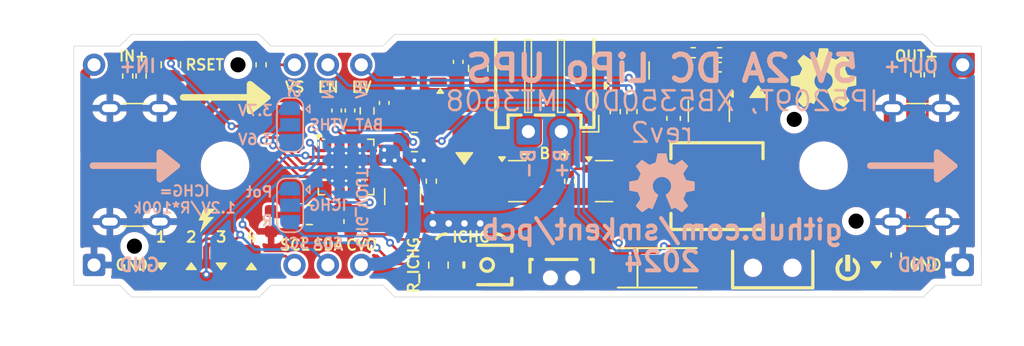
<source format=kicad_pcb>
(kicad_pcb (version 20240108) (generator "pcbnew") (generator_version "8.0")
  (layers (0 "F.Cu" signal) (31 "B.Cu" signal) (34 "B.Paste" user) (35 "F.Paste" user) (36 "B.SilkS" user "B.Silkscreen") (37 "F.SilkS" user "F.Silkscreen") (38 "B.Mask" user) (39 "F.Mask" user) (44 "Edge.Cuts" user))
  (net 0 "")
  (net 1 "B-")
  (net 2 "B+")
  (net 3 "BATVDD")
  (net 4 "GND")
  (net 5 "BOOST")
  (net 6 "VOUT")
  (net 7 "VIN")
  (net 8 "LOAD_SWITCH")
  (net 9 "SW")
  (net 10 "Net-(J1-CC1)")
  (net 11 "Net-(J1-CC2)")
  (net 12 "Net-(J2-CC1)")
  (net 13 "Net-(J2-CC2)")
  (net 14 "LED1")
  (net 15 "LED3")
  (net 16 "LED2")
  (net 17 "Net-(Q2-G)")
  (net 18 "FB")
  (net 19 "KEY")
  (net 20 "Net-(LED5-K)")
  (net 21 "Net-(LED6-A)")
  (net 22 "Net-(C6-Pad1)")
  (net 23 "Net-(C7-Pad1)")
  (net 24 "ICHG")
  (net 28 "BAT_SENSE")
  (net 29 "BAT_SENSE_ENABLE")
  (net 30 "Net-(Q3-D)")
  (net 31 "LIGHT")
  (net 32 "POWER_IN_SENSE")
  (net 33 "BOOST_SW")
  (net 34 "RSET")
  (net 39 "VREG")
  (net 40 "VTHS")
  (net 42 "Net-(JP2-B)")
  (net 43 "Net-(JP2-A)")
  (net 44 "CHARGE_VOUT")
  (footprint "Package_TO_SOT_SMD:SOT-23-6" (layer "F.Cu") (at 98.28 124.8375 -90)
    (property "Reference" "U3" (hide yes))
    (property "Value" "MT3608")
  )
  (footprint "Resistor_SMD:R_0402_1005Metric" (layer "F.Cu") (at 87.7 130.178 90)
    (property "Reference" "R7" (hide yes))
    (property "Value" "10K")
  )
  (footprint "graphics:oshw-logo-5mm" (layer "F.Cu") (at 107 122.3)
    (property "Reference" "G***" (hide yes))
    (property "Value" "LOGO" (hide yes))
  )
  (footprint "Capacitor_SMD:C_0603_1608Metric" (layer "F.Cu") (at 71.05 133.25 -90)
    (property "Reference" "C2" (hide yes))
    (property "Value" "22uF")
  )
  (footprint "custom:LED_0805_2012Metric_Pad1.15x1.40mm_HandSolder_simple" (layer "F.Cu") (at 58.928 136.652 -90)
    (property "Reference" "LED2" (hide yes))
    (property "Value" "~")
  )
  (footprint "graphics:icon-lightning-bolt-2mm" (layer "F.Cu") (at 60.071 133.1)
    (property "Reference" "G***" (hide yes))
    (property "Value" "LOGO" (hide yes))
  )
  (footprint "Resistor_SMD:R_0402_1005Metric" (layer "F.Cu") (at 54.102 122.174 90)
    (property "Reference" "R11" (hide yes))
    (property "Value" "5K1")
  )
  (footprint "custom:LED_0805_2012Metric_Pad1.15x1.40mm_HandSolder_simple" (layer "F.Cu") (at 61.214 136.67 90)
    (property "Reference" "LED3" (hide yes))
    (property "Value" "~")
  )
  (footprint "lcsc:IND-SMD_L7.0-W6.6" (layer "F.Cu") (at 98.9 130.556)
    (property "Reference" "L2" (hide yes))
    (property "Value" "22uH")
  )
  (footprint "Resistor_SMD:R_0805_2012Metric_Pad1.20x1.40mm_HandSolder" (layer "F.Cu") (at 57.382 121.32 -90)
    (property "Reference" "R18" (hide yes))
    (property "Value" "10K")
  )
  (footprint "custom:jlcpcb-pcba-tooling-hole" (layer "F.Cu") (at 104.775 125.476)
    (property "Reference" "REF**" (hide yes))
    (property "Value" "jlcpcb-pcba-tooling-hole")
  )
  (footprint "Inductor_SMD:L_1210_3225Metric" (layer "F.Cu") (at 75 131.356 -90)
    (property "Reference" "L1" (hide yes))
    (property "Value" "1uH")
  )
  (footprint "custom:LED_0805_2012Metric_Pad1.15x1.40mm_HandSolder_simple" (layer "F.Cu") (at 56.642 136.661 90)
    (property "Reference" "LED1" (hide yes))
    (property "Value" "~")
  )
  (footprint "Resistor_SMD:R_0805_2012Metric_Pad1.20x1.40mm_HandSolder" (layer "F.Cu") (at 75.9 127.2)
    (property "Reference" "R2" (hide yes))
    (property "Value" "20R")
  )
  (footprint "custom:JST_XH_S2B-XH-2AW_1x02_P2.50mm_pad2gnd_trim" (layer "F.Cu") (at 85.81 126.4 180)
    (property "Reference" "BT1" (hide yes))
    (property "Value" "Battery_Cell")
  )
  (footprint "custom:jlcpcb-pcba-tooling-hole" (layer "F.Cu") (at 62.484 121.32)
    (property "Reference" "REF**" (hide yes))
    (property "Value" "jlcpcb-pcba-tooling-hole")
  )
  (footprint "custom:LED_0805_2012Metric_Pad1.15x1.40mm_HandSolder_simple" (layer "F.Cu") (at 63.5 136.661 -90)
    (property "Reference" "LED4" (hide yes))
    (property "Value" "~")
  )
  (footprint "Resistor_SMD:R_0402_1005Metric" (layer "F.Cu") (at 64.24 121.32 90)
    (property "Reference" "R17" (hide yes))
    (property "Value" "10K")
  )
  (footprint "custom:jlcpcb-pcba-tooling-hole" (layer "F.Cu") (at 54.61 135.128)
    (property "Reference" "REF**" (hide yes))
    (property "Value" "jlcpcb-pcba-tooling-hole")
  )
  (footprint "Resistor_SMD:R_0402_1005Metric" (layer "F.Cu") (at 97.09 120.4 180)
    (property "Reference" "R9" (hide yes))
    (property "Value" "10K")
  )
  (footprint "lcsc:SW-SMD_BZCN_TSA002A35XXX" (layer "F.Cu") (at 87.083 137.041 180)
    (property "Reference" "SW1" (hide yes))
    (property "Value" "SW_Push")
  )
  (footprint "Package_TO_SOT_SMD:SOT-23" (layer "F.Cu") (at 83.7195 130.178)
    (property "Reference" "Q1" (hide yes))
    (property "Value" "AO3401A")
  )
  (footprint "Capacitor_SMD:C_0402_1005Metric" (layer "F.Cu") (at 99.12 121.5 180)
    (property "Reference" "C11" (hide yes))
    (property "Value" "10uF")
  )
  (footprint "Resistor_SMD:R_0402_1005Metric" (layer "F.Cu") (at 92.434 124.881 -90)
    (property "Reference" "R16" (hide yes))
    (property "Value" "10K")
  )
  (footprint "custom:USB_C_Receptacle_GCT_USB4125-xx-x_6P_TopMnt_Horizontal_handsolder" (layer "F.Cu") (at 53.54 128.94 -90)
    (property "Reference" "J1" (hide yes))
    (property "Value" "USB_C_Receptacle_PowerOnly_6P")
  )
  (footprint "Resistor_SMD:R_0402_1005Metric" (layer "F.Cu") (at 112.522 135.805 -90)
    (property "Reference" "R10" (hide yes))
    (property "Value" "10K")
  )
  (footprint "custom:jlcpcb-pcba-tooling-hole" (layer "F.Cu") (at 109.474 133.223)
    (property "Reference" "REF**" (hide yes))
    (property "Value" "jlcpcb-pcba-tooling-hole")
  )
  (footprint "Resistor_SMD:R_0402_1005Metric" (layer "F.Cu") (at 115.04 122.082 -90)
    (property "Reference" "R13" (hide yes))
    (property "Value" "22K")
  )
  (footprint "Capacitor_SMD:C_0603_1608Metric" (layer "F.Cu") (at 65 133.225 -90)
    (property "Reference" "C7" (hide yes))
    (property "Value" "22uF")
  )
  (footprint "Capacitor_SMD:C_0402_1005Metric" (layer "F.Cu") (at 69.984 124.8 90)
    (property "Reference" "C1" (hide yes))
    (property "Value" "10uF")
  )
  (footprint "graphics:icon-power-2mm" (layer "F.Cu") (at 108.839 136.779)
    (property "Reference" "G***" (hide yes))
    (property "Value" "LOGO" (hide yes))
  )
  (footprint "MountingHole:MountingHole_3.2mm_M3" (layer "F.Cu") (at 107 129)
    (property "Reference" "REF**" (hide yes))
    (property "Value" "MountingHole_3.2mm_M3" (hide yes))
  )
  (footprint "lcsc:LED-SMD_3P-L5.7-W3.0-RD" (layer "F.Cu") (at 94.315 136.779)
    (property "Reference" "LED5" (hide yes))
    (property "Value" "~")
  )
  (footprint "Resistor_SMD:R_0402_1005Metric" (layer "F.Cu") (at 91.164 124.881 90)
    (property "Reference" "R15" (hide yes))
    (property "Value" "10K")
  )
  (footprint "Resistor_SMD:R_0603_1608Metric" (layer "F.Cu") (at 72.3 124.825 90)
    (property "Reference" "R3" (hide yes))
    (property "Value" "2R")
  )
  (footprint "custom:USB_C_Receptacle_GCT_USB4125-xx-x_6P_TopMnt_Horizontal_handsolder" (layer "F.Cu") (at 115.24 128.94 90)
    (property "Reference" "J2" (hide yes))
    (property "Value" "USB_C_Receptacle_PowerOnly_6P")
  )
  (footprint "Resistor_SMD:R_0805_2012Metric_Pad1.20x1.40mm_HandSolder" (layer "F.Cu") (at 77.724 136.576 -90)
    (property "Reference" "R1" (hide yes))
    (property "Value" "120K")
  )
  (footprint "Resistor_SMD:R_0805_2012Metric_Pad1.20x1.40mm_HandSolder" (layer "F.Cu") (at 80.75 121.59 90)
    (property "Reference" "R5" (hide yes))
    (property "Value" "100R")
  )
  (footprint "Resistor_SMD:R_0402_1005Metric" (layer "F.Cu") (at 77.18 130.178 -90)
    (property "Reference" "R6" (hide yes))
    (property "Value" "10K")
  )
  (footprint "lcsc:RES-ADJ-SMD_VG039NCH" (layer "F.Cu") (at 81.406 136.56 180)
    (property "Reference" "RV1" (hide yes))
    (property "Value" "R_Potentiometer_US")
  )
  (footprint "Capacitor_SMD:C_0603_1608Metric" (layer "F.Cu") (at 95.6 125.4 90)
    (property "Reference" "C10" (hide yes))
    (property "Value" "10uF")
  )
  (footprint "Package_TO_SOT_SMD:SOT-23" (layer "F.Cu") (at 92.18 121.7525 90)
    (property "Reference" "Q3" (hide yes))
    (property "Value" "BSS138")
  )
  (footprint "custom:SOT-23-5_simple" (layer "F.Cu") (at 76.5645 121.64 180)
    (property "Reference" "U2" (hide yes))
    (property "Value" "XB5350D0")
  )
  (footprint "custom:D_SMA_simple" (layer "F.Cu") (at 102.024 123.388 -90)
    (property "Reference" "D2" (hide yes))
    (property "Value" "SS34")
  )
  (footprint "Resistor_SMD:R_0402_1005Metric" (layer "F.Cu") (at 99.1 120.4 180)
    (property "Reference" "R8" (hide yes))
    (property "Value" "75K")
  )
  (footprint "Resistor_SMD:R_0402_1005Metric" (layer "F.Cu") (at 114.024 122.084 -90)
    (property "Reference" "R14" (hide yes))
    (property "Value" "22K")
  )
  (footprint "custom:D_SMA_simple" (layer "F.Cu") (at 79.703 128.432 90)
    (property "Reference" "D1" (hide yes))
    (property "Value" "SS34")
  )
  (footprint "Capacitor_SMD:C_0402_1005Metric" (layer "F.Cu") (at 73.6 124.22 -90)
    (property "Reference" "C6" (hide yes))
    (property "Value" "10uF")
  )
  (footprint "Capacitor_SMD:C_0402_1005Metric" (layer "F.Cu") (at 71 124.8 90)
    (property "Reference" "C3" (hide yes))
    (property "Value" "100nF")
  )
  (footprint "lcsc:SW-SMD_3P-P1.50_L2.7-W6.6" (layer "F.Cu") (at 103.136 136.319)
    (property "Reference" "SW2" (hide yes))
    (property "Value" "SW_SPDT")
  )
  (footprint "Package_TO_SOT_SMD:SOT-23" (layer "F.Cu") (at 90.3185 130.178)
    (property "Reference" "Q2" (hide yes))
    (property "Value" "AO3401A")
  )
  (footprint "Package_DFN_QFN:QFN-24-1EP_4x4mm_P0.5mm_EP2.6x2.6mm_ThermalVias" (layer "F.Cu") (at 70.702 129.0995)
    (property "Reference" "U1" (hide yes))
    (property "Value" "IP5209T")
  )
  (footprint "MountingHole:MountingHole_3.2mm_M3" (layer "F.Cu") (at 61.5 129)
    (property "Reference" "REF**" (hide yes))
    (property "Value" "MountingHole_3.2mm_M3" (hide yes))
  )
  (footprint "Resistor_SMD:R_0402_1005Metric" (layer "F.Cu") (at 55.118 122.174 90)
    (property "Reference" "R12" (hide yes))
    (property "Value" "5K1")
  )
  (footprint "custom:LED_0805_2012Metric_Pad1.15x1.40mm_HandSolder_simple" (layer "F.Cu") (at 110.998 136.56 90)
    (property "Reference" "LED6" (hide yes))
    (property "Value" "Boost")
  )
  (footprint "Resistor_SMD:R_0805_2012Metric_Pad1.20x1.40mm_HandSolder" (layer "F.Cu") (at 67.908 132.75 180)
    (property "Reference" "R4" (hide yes))
    (property "Value" "0R5")
  )
  (footprint "Capacitor_SMD:C_0402_1005Metric" (layer "F.Cu") (at 79.226 121.094 90)
    (property "Reference" "C9" (hide yes))
    (property "Value" "0.1uF")
  )
  (footprint "custom:PinHeader_1x01_P2.54mm_simple" (layer "B.Cu") (at 117.58 121.32 180)
    (property "Reference" "J8" (hide yes))
    (property "Value" "Conn_01x01")
  )
  (footprint "custom:PinHeader_1x03_P2.54mm_Vertical_simple" (layer "B.Cu") (at 71.86 121.32 90)
    (property "Reference" "J9" (hide yes))
    (property "Value" "Conn_01x03")
  )
  (footprint "custom:PinHeader_1x01_P2.54mm_simple_square" (layer "B.Cu") (at 51.54 136.56 180)
    (property "Reference" "J11" (hide yes))
    (property "Value" "Conn_01x01")
  )
  (footprint "custom:PinHeader_1x01_P2.54mm_simple_square" (layer "B.Cu") (at 117.58 136.56 180)
    (property "Reference" "J12" (hide yes))
    (property "Value" "Conn_01x01")
  )
  (footprint "custom:PinHeader_1x01_P2.54mm_simple" (layer "B.Cu") (at 51.54 121.32 180)
    (property "Reference" "J5" (hide yes))
    (property "Value" "Conn_01x01")
  )
  (footprint "Jumper:SolderJumper-3_P1.3mm_Open_RoundedPad1.0x1.5mm" (layer "B.Cu") (at 66.446 132.018 -90)
    (property "Reference" "JP2" (hide yes))
    (property "Value" "SolderJumper_3_Open")
  )
  (footprint "Jumper:SolderJumper-3_P1.3mm_Open_RoundedPad1.0x1.5mm" (layer "B.Cu") (at 66.446 125.892 -90)
    (property "Reference" "JP1" (hide yes))
    (property "Value" "SolderJumper_3_Open")
  )
  (footprint "graphics:oshw-logo-5mm" (layer "B.Cu") (at 94.72 130.302 180)
    (property "Reference" "G***" (hide yes))
    (property "Value" "LOGO" (hide yes))
  )
  (footprint "custom:PinHeader_1x03_P2.54mm_Vertical_simple" (layer "B.Cu") (at 66.78 136.56 -90)
    (property "Reference" "J3" (hide yes))
    (property "Value" "Conn_01x03")
  )
  (gr_line (start 110.56 129) (end 115.64 129) (stroke (width 0.5)) (layer "B.SilkS"))
  (gr_poly (pts (xy 115.64 128) (xy 116.91 129.016) (xy 115.64 130.032)) (stroke (width 0.5)) (fill solid) (layer "B.SilkS"))
  (gr_line (start 51.46 129) (end 56.54 129) (stroke (width 0.5)) (layer "B.SilkS"))
  (gr_poly (pts (xy 56.54 128) (xy 57.81 129.016) (xy 56.54 130.032)) (stroke (width 0.5)) (fill solid) (layer "B.SilkS"))
  (gr_line (start 58.32 123.8) (end 63.4 123.8) (stroke (width 0.5)) (layer "F.SilkS"))
  (gr_poly (pts (xy 63.4 122.8) (xy 64.67 123.816) (xy 63.4 124.832)) (stroke (width 0.5)) (fill solid) (layer "F.SilkS"))
  (gr_arc (start 77.591195 134.564318) (mid 77.900851 134.295102) (end 78.3 134.2) (stroke (width 0.25)) (layer "F.SilkS"))
  (gr_arc (start 82.100851 134.2) (mid 82.5 134.295102) (end 82.809656 134.564318) (stroke (width 0.25)) (layer "F.SilkS"))
  (gr_poly (pts (xy 50 119.9) (xy 53.5 119.9) (xy 54.4 119) (xy 64.1 119) (xy 65 119.9) (xy 73.5 119.9) (xy 74.4 119) (xy 114.6 119) (xy 115.5 119.9) (xy 119 119.9) (xy 119 138.1) (xy 115.5 138.1) (xy 114.6 139) (xy 74.4 139) (xy 73.5 138.1) (xy 65 138.1) (xy 64.1 139) (xy 54.4 139) (xy 53.5 138.1) (xy 50 138.1)) (stroke (width 0.05)) (fill none) (layer "Edge.Cuts"))
  (gr_text "IP5209T, XB5350D0, MT3608\nrev2" (at 94.72 123.2 0) (layer "B.SilkS") (effects (font (size 1.5 1.5) (thickness 0.1875)) (justify top mirror)))
  (gr_text "ICHG" (at 67.818 132.018 0) (layer "B.SilkS") (effects (font (size 0.8 0.8) (thickness 0.16) (bold yes)) (justify right mirror)))
  (gr_text "SCL" (at 66.802 135.382 0) (layer "B.SilkS") (effects (font (size 0.8 0.8) (thickness 0.16) (bold yes)) (justify bottom mirror)))
  (gr_text "R" (at 65.2 133.2 0) (layer "B.SilkS") (effects (font (size 0.8 0.8) (thickness 0.16) (bold yes)) (justify left mirror)))
  (gr_text "IN+" (at 53.34 121.412 0) (layer "B.SilkS") (effects (font (size 1 1) (thickness 0.2) (bold yes)) (justify right mirror)))
  (gr_text "3.7V" (at 65.2 124.8 0) (layer "B.SilkS") (effects (font (size 0.8 0.8) (thickness 0.16) (bold yes)) (justify left mirror)))
  (gr_text "github.com/smkent/pcb\n2024" (at 94.72 133 0) (layer "B.SilkS") (effects (font (size 1.5 1.5) (thickness 0.3) (bold yes)) (justify top mirror)))
  (gr_text "GND" (at 53.34 136.56 0) (layer "B.SilkS") (effects (font (size 1 1) (thickness 0.2) (bold yes)) (justify right mirror)))
  (gr_text "BV" (at 71.882 122.301 90) (layer "B.SilkS") (effects (font (size 0.8 0.8) (thickness 0.16) (bold yes)) (justify left mirror)))
  (gr_text "ICHG=\n1.2V/R*100k" (at 58.42 131.572 0) (layer "B.SilkS") (effects (font (size 0.8 0.8) (thickness 0.16) (bold yes)) (justify mirror)))
  (gr_text "Pot" (at 65.2 131 0) (layer "B.SilkS") (effects (font (size 0.8 0.8) (thickness 0.16) (bold yes)) (justify left mirror)))
  (gr_text "5V 2A DC LiPo UPS" (at 94.72 121.6 0) (layer "B.SilkS") (effects (font (size 2 2) (thickness 0.4) (bold yes)) (justify mirror)))
  (gr_text "CHG_VOUT" (at 71.882 135.382 270) (layer "B.SilkS") (effects (font (size 0.8 0.8) (thickness 0.16) (bold yes)) (justify left mirror)))
  (gr_text "3.6V" (at 65.2 127 0) (layer "B.SilkS") (effects (font (size 0.8 0.8) (thickness 0.16) (bold yes)) (justify left mirror)))
  (gr_text "VS" (at 66.802 122.301 90) (layer "B.SilkS") (effects (font (size 0.8 0.8) (thickness 0.16) (bold yes)) (justify left mirror)))
  (gr_text "OUT+" (at 115.824 121.412 0) (layer "B.SilkS") (effects (font (size 1 1) (thickness 0.2) (bold yes)) (justify left mirror)))
  (gr_text "B-" (at 84.56 127.6 90) (layer "B.SilkS") (effects (font (size 1 1) (thickness 0.2) (bold yes)) (justify left mirror)))
  (gr_text "BAT_VTHS" (at 67.818 125.892 0) (layer "B.SilkS") (effects (font (size 0.8 0.8) (thickness 0.16) (bold yes)) (justify right mirror)))
  (gr_text "GND" (at 115.824 136.56 0) (layer "B.SilkS") (effects (font (size 1 1) (thickness 0.2) (bold yes)) (justify left mirror)))
  (gr_text "EN" (at 69.342 122.301 90) (layer "B.SilkS") (effects (font (size 0.8 0.8) (thickness 0.16) (bold yes)) (justify left mirror)))
  (gr_text "SDA" (at 69.342 135.382 0) (layer "B.SilkS") (effects (font (size 0.8 0.8) (thickness 0.16) (bold yes)) (justify bottom mirror)))
  (gr_text "B+" (at 87.06 127.6 90) (layer "B.SilkS") (effects (font (size 1 1) (thickness 0.2) (bold yes)) (justify left mirror)))
  (gr_text "CVO" (at 71.882 135.509 0) (layer "F.SilkS") (effects (font (size 0.8 0.8) (thickness 0.16) (bold yes)) (justify bottom)))
  (gr_text "SCL" (at 66.802 135.509 0) (layer "F.SilkS") (effects (font (size 0.8 0.8) (thickness 0.16) (bold yes)) (justify bottom)))
  (gr_text "2" (at 58.928 134.9 0) (layer "F.SilkS") (effects (font (size 0.8 0.8) (thickness 0.16) (bold yes)) (justify bottom)))
  (gr_text "OUT+" (at 115.824 120.65 0) (layer "F.SilkS") (effects (font (size 0.8 0.8) (thickness 0.16) (bold yes)) (justify right)))
  (gr_text "- B +" (at 85.81 127.6 0) (layer "F.SilkS") (effects (font (size 0.8 0.8) (thickness 0.16) (bold yes)) (justify top)))
  (gr_text "BV" (at 71.882 122.555 0) (layer "F.SilkS") (effects (font (size 0.8 0.8) (thickness 0.16) (bold yes)) (justify top)))
  (gr_text "3" (at 61.214 134.9 0) (layer "F.SilkS") (effects (font (size 0.8 0.8) (thickness 0.16) (bold yes)) (justify bottom)))
  (gr_text "GND" (at 116.078 136.56 0) (layer "F.SilkS") (effects (font (size 0.8 0.8) (thickness 0.16) (bold yes)) (justify right)))
  (gr_text "GND" (at 53.086 136.56 0) (layer "F.SilkS") (effects (font (size 0.8 0.8) (thickness 0.16) (bold yes)) (justify left)))
  (gr_text "VS" (at 66.802 122.555 0) (layer "F.SilkS") (effects (font (size 0.8 0.8) (thickness 0.16) (bold yes)) (justify top)))
  (gr_text "IN+" (at 53.34 120.65 0) (layer "F.SilkS") (effects (font (size 0.8 0.8) (thickness 0.16) (bold yes)) (justify left)))
  (gr_text "1" (at 56.642 134.9 0) (layer "F.SilkS") (effects (font (size 0.8 0.8) (thickness 0.16) (bold yes)) (justify bottom)))
  (gr_text "EN" (at 69.342 122.555 0) (layer "F.SilkS") (effects (font (size 0.8 0.8) (thickness 0.16) (bold yes)) (justify top)))
  (gr_text "R_ICHG" (at 76.3 136.576 90) (layer "F.SilkS") (effects (font (size 0.8 0.8) (thickness 0.16) (bold yes)) (justify bottom)))
  (gr_text "RSET" (at 58.4 121.32 0) (layer "F.SilkS") (effects (font (size 0.8 0.8) (thickness 0.16) (bold yes)) (justify left)))
  (gr_text "ICHG" (at 80.2 134.9 0) (layer "F.SilkS") (effects (font (size 0.8 0.8) (thickness 0.16) (bold yes)) (justify bottom)))
  (gr_text "SDA" (at 69.342 135.509 0) (layer "F.SilkS") (effects (font (size 0.8 0.8) (thickness 0.16) (bold yes)) (justify bottom)))
  (gr_text "4" (at 63.5 134.9 0) (layer "F.SilkS") (effects (font (size 0.8 0.8) (thickness 0.16) (bold yes)) (justify bottom)))
  (segment (start 97.135 136.505) (end 95.758 135.128) (width 0.2) (layer "F.Cu") (net 2))
  (segment (start 87.2 126.4) (end 87.3 126.5) (width 0.2) (layer "F.Cu") (net 2))
  (segment (start 96.673 136.449) (end 96.673 136.779) (width 0.2) (layer "F.Cu") (net 2))
  (segment (start 87.06 126.4) (end 87.2 126.4) (width 0.2) (layer "F.Cu") (net 2))
  (segment (start 95.758 135.128) (end 94.869 135.128) (width 0.2) (layer "F.Cu") (net 2))
  (segment (start 97.135 136.779) (end 97.135 136.505) (width 0.2) (layer "F.Cu") (net 2))
  (via (at 78.5 133.4) (size 1) (drill 0.5) (layers "F.Cu" "B.Cu") (net 2))
  (via (at 77.3 133.4) (size 1) (drill 0.5) (layers "F.Cu" "B.Cu") (net 2))
  (via (at 94.869 135.128) (size 0.6) (drill 0.3) (layers "F.Cu" "B.Cu") (net 2))
  (via (at 80.9 133.4) (size 1) (drill 0.5) (layers "F.Cu" "B.Cu") (net 2))
  (via (at 79.7 133.4) (size 1) (drill 0.5) (layers "F.Cu" "B.Cu") (net 2))
  (segment (start 87.06 128.4) (end 87.06 126.4) (width 1.5) (layer "B.Cu") (net 2))
  (segment (start 94.869 135.128) (end 94.523 135.474) (width 0.2) (layer "B.Cu") (net 2))
  (segment (start 80.9 133.4) (end 82.06 133.4) (width 1.5) (layer "B.Cu") (net 2))
  (segment (start 94.523 135.474) (end 91.191471 135.474) (width 0.2) (layer "B.Cu") (net 2))
  (segment (start 91.191471 135.474) (end 88.373 132.655529) (width 0.2) (layer "B.Cu") (net 2))
  (segment (start 80.9 133.4) (end 77.356177 133.4) (width 1.5) (layer "B.Cu") (net 2))
  (segment (start 88.373 129.713) (end 87.06 128.4) (width 0.2) (layer "B.Cu") (net 2))
  (segment (start 77.356177 133.4) (end 77.35617 133.400612) (width 1.5) (layer "B.Cu") (net 2))
  (segment (start 88.373 132.655529) (end 88.373 129.713) (width 0.2) (layer "B.Cu") (net 2))
  (arc (start 87.06 128.4) (mid 85.595534 131.935534) (end 82.06 133.4) (width 1.5) (layer "B.Cu") (net 2))
  (segment (start 111.96 124.9) (end 112.24 124.62) (width 0.75) (layer "F.Cu") (net 4))
  (segment (start 68.7645 130.3495) (end 69.452 130.3495) (width 0.2) (layer "F.Cu") (net 4))
  (segment (start 69.477 130.3245) (end 69.652 130.1495) (width 0.2) (layer "F.Cu") (net 4))
  (segment (start 112.24 131.97) (end 111.96 131.69) (width 0.2) (layer "F.Cu") (net 4))
  (segment (start 56.54 124.62) (end 56.54 125.91) (width 0.2) (layer "F.Cu") (net 4))
  (segment (start 56.54 125.91) (end 56.82 126.19) (width 0.2) (layer "F.Cu") (net 4))
  (segment (start 56.54 131.97) (end 56.82 131.69) (width 0.2) (layer "F.Cu") (net 4))
  (segment (start 69.452 130.3495) (end 69.652 130.1495) (width 0.2) (layer "F.Cu") (net 4))
  (segment (start 71.952 131.037) (end 71.927 131.012) (width 0.2) (layer "F.Cu") (net 4))
  (segment (start 71.927 130.3245) (end 71.752 130.1495) (width 0.2) (layer "F.Cu") (net 4))
  (segment (start 71.927 131.012) (end 71.927 130.3245) (width 0.2) (layer "F.Cu") (net 4))
  (segment (start 69.477 131.012) (end 69.477 130.3245) (width 0.2) (layer "F.Cu") (net 4))
  (segment (start 112.24 133.26) (end 112.24 131.97) (width 0.2) (layer "F.Cu") (net 4))
  (segment (start 69.452 131.037) (end 69.477 131.012) (width 0.2) (layer "F.Cu") (net 4))
  (segment (start 111.96 126.19) (end 111.96 124.9) (width 0.75) (layer "F.Cu") (net 4))
  (segment (start 56.54 133.26) (end 56.54 131.97) (width 0.2) (layer "F.Cu") (net 4))
  (via (at 76.6 128.6) (size 0.6) (drill 0.3) (layers "F.Cu" "B.Cu") (net 4))
  (via (at 75.9 128.6) (size 0.6) (drill 0.3) (layers "F.Cu" "B.Cu") (net 4))
  (segment (start 114.024 121.574) (end 115.038 121.574) (width 0.75) (layer "F.Cu") (net 6))
  (segment (start 112.78 127.42) (end 113.665 126.535) (width 0.75) (layer "F.Cu") (net 6))
  (segment (start 113.665 123.439) (end 113.541166 123.439) (width 0.75) (layer "F.Cu") (net 6))
  (segment (start 110.287999 121.387999) (end 102.024 121.387999) (width 0.75) (layer "F.Cu") (net 6))
  (segment (start 112.242648 130.46) (end 111.96 130.46) (width 0.2) (layer "F.Cu") (net 6))
  (segment (start 113.39 134.427) (end 113.39 131.607352) (width 0.2) (layer "F.Cu") (net 6))
  (segment (start 110.585 126.5) (end 110.585 121.685) (width 0.75) (layer "F.Cu") (net 6))
  (segment (start 115.04 121.572) (end 117.328 121.572) (width 0.75) (layer "F.Cu") (net 6))
  (segment (start 111.96 130.46) (end 111.11449 130.46) (width 0.75) (layer "F.Cu") (net 6))
  (segment (start 113.129 121.84001) (end 113.39501 121.574) (width 0.75) (layer "F.Cu") (net 6))
  (segment (start 112.522 135.295) (end 113.39 134.427) (width 0.2) (layer "F.Cu") (net 6))
  (segment (start 111.96 127.42) (end 112.78 127.42) (width 0.75) (layer "F.Cu") (net 6))
  (segment (start 110.585 126.5) (end 110.585 127.94949) (width 0.75) (layer "F.Cu") (net 6))
  (segment (start 113.129 123.026834) (end 113.129 121.84001) (width 0.75) (layer "F.Cu") (net 6))
  (segment (start 110.585 127.715) (end 110.88 127.42) (width 0.75) (layer "F.Cu") (net 6))
  (segment (start 110.88 127.42) (end 111.96 127.42) (width 0.75) (layer "F.Cu") (net 6))
  (segment (start 111.11449 130.46) (end 110.585 129.93051) (width 0.75) (layer "F.Cu") (net 6))
  (segment (start 113.39 131.607352) (end 112.242648 130.46) (width 0.2) (layer "F.Cu") (net 6))
  (segment (start 115.038 121.574) (end 115.04 121.572) (width 0.75) (layer "F.Cu") (net 6))
  (segment (start 110.585 127.94949) (end 110.585 127.715) (width 0.75) (layer "F.Cu") (net 6))
  (segment (start 110.585 129.93051) (end 110.585 127.94949) (width 0.75) (layer "F.Cu") (net 6))
  (segment (start 117.328 121.572) (end 117.58 121.32) (width 0.75) (layer "F.Cu") (net 6))
  (segment (start 110.585 121.685) (end 110.287999 121.387999) (width 0.75) (layer "F.Cu") (net 6))
  (segment (start 113.665 126.535) (end 113.665 123.439) (width 0.75) (layer "F.Cu") (net 6))
  (segment (start 117.58 121.32) (end 110.95 121.32) (width 0.75) (layer "F.Cu") (net 6))
  (segment (start 113.541166 123.439) (end 113.129 123.026834) (width 0.75) (layer "F.Cu") (net 6))
  (segment (start 113.39501 121.574) (end 114.024 121.574) (width 0.75) (layer "F.Cu") (net 6))
  (segment (start 110.95 121.32) (end 110.585 121.685) (width 0.75) (layer "F.Cu") (net 6))
  (segment (start 64.24 123.76) (end 64.2 123.8) (width 0.2) (layer "F.Cu") (net 7))
  (segment (start 68.617437 125.28) (end 67.137437 123.8) (width 0.75) (layer "F.Cu") (net 7))
  (segment (start 77.18 129.668) (end 77.18 128.82) (width 0.2) (layer "F.Cu") (net 7))
  (segment (start 50.875 121.985) (end 51.54 121.32) (width 0.75) (layer "F.Cu") (net 7))
  (segment (start 56.82 130.46) (end 53.498 130.46) (width 0.75) (layer "F.Cu") (net 7))
  (segment (start 56.82 130.46) (end 57.66551 130.46) (width 0.75) (layer "F.Cu") (net 7))
  (segment (start 67.137437 123.8) (end 64.2 123.8) (width 0.75) (layer "F.Cu") (net 7))
  (segment (start 77.18 128.82) (end 79.568 126.432) (width 0.2) (layer "F.Cu") (net 7))
  (segment (start 64.24 121.83) (end 64.24 123.76) (width 0.2) (layer "F.Cu") (net 7))
  (segment (start 58.195 127.94949) (end 57.66551 127.42) (width 0.75) (layer "F.Cu") (net 7))
  (segment (start 50.875 127.837) (end 50.875 121.985) (width 0.75) (layer "F.Cu") (net 7))
  (segment (start 53.498 130.46) (end 50.875 127.837) (width 0.75) (layer "F.Cu") (net 7))
  (segment (start 64.2 123.8) (end 61.28551 123.8) (width 0.75) (layer "F.Cu") (net 7))
  (segment (start 79.568 126.432) (end 79.703 126.432) (width 0.2) (layer "F.Cu") (net 7))
  (segment (start 69.984 125.28) (end 68.617437 125.28) (width 0.75) (layer "F.Cu") (net 7))
  (segment (start 61.28551 123.8) (end 57.66551 127.42) (width 0.75) (layer "F.Cu") (net 7))
  (segment (start 58.195 129.93051) (end 58.195 127.94949) (width 0.75) (layer "F.Cu") (net 7))
  (segment (start 57.66551 127.42) (end 56.82 127.42) (width 0.75) (layer "F.Cu") (net 7))
  (segment (start 57.66551 130.46) (end 58.195 129.93051) (width 0.75) (layer "F.Cu") (net 7))
  (segment (start 54.502 123.3) (end 55.118 122.684) (width 0.2) (layer "F.Cu") (net 10))
  (segment (start 55.585686 128.44) (end 54.502 127.356314) (width 0.2) (layer "F.Cu") (net 10))
  (segment (start 56.82 128.44) (end 55.585686 128.44) (width 0.2) (layer "F.Cu") (net 10))
  (segment (start 54.502 127.356314) (end 54.502 123.3) (width 0.2) (layer "F.Cu") (net 10))
  (segment (start 56.02 129.44) (end 54.102 127.522) (width 0.2) (layer "F.Cu") (net 11))
  (segment (start 54.102 127.522) (end 54.102 122.684) (width 0.2) (layer "F.Cu") (net 11))
  (segment (start 56.82 129.44) (end 56.02 129.44) (width 0.2) (layer "F.Cu") (net 11))
  (segment (start 115.04 122.592) (end 114.89 122.742) (width 0.2) (layer "F.Cu") (net 12))
  (segment (start 114.89 127.31) (end 112.76 129.44) (width 0.2) (layer "F.Cu") (net 12))
  (segment (start 112.76 129.44) (end 111.96 129.44) (width 0.2) (layer "F.Cu") (net 12))
  (segment (start 114.89 122.742) (end 114.89 127.31) (width 0.2) (layer "F.Cu") (net 12))
  (segment (start 114.49 127.144314) (end 114.49 123.06) (width 0.2) (layer "F.Cu") (net 13))
  (segment (start 113.194314 128.44) (end 114.49 127.144314) (width 0.2) (layer "F.Cu") (net 13))
  (segment (start 114.49 123.06) (end 114.024 122.594) (width 0.2) (layer "F.Cu") (net 13))
  (segment (start 111.96 128.44) (end 113.194314 128.44) (width 0.2) (layer "F.Cu") (net 13))
  (segment (start 69.452 127.162) (end 68.996 127.162) (width 0.2) (layer "F.Cu") (net 14))
  (segment (start 63.754 135.89) (end 66.11 135.89) (width 0.2) (layer "F.Cu") (net 14))
  (segment (start 63.594753 134.241753) (end 63.594753 135.541247) (width 0.2) (layer "F.Cu") (net 14))
  (segment (start 66.11 135.89) (end 66.78 136.56) (width 0.2) (layer "F.Cu") (net 14))
  (segment (start 62.83 133.477) (end 63.594753 134.241753) (width 0.2) (layer "F.Cu") (net 14))
  (segment (start 63.594753 135.541247) (end 63.5 135.636) (width 0.2) (layer "F.Cu") (net 14))
  (segment (start 63.5 135.636) (end 63.754 135.89) (width 0.2) (layer "F.Cu") (net 14))
  (segment (start 68.996 127.162) (end 68.072 126.238) (width 0.2) (layer "F.Cu") (net 14))
  (via (at 68.072 126.238) (size 0.6) (drill 0.3) (layers "F.Cu" "B.Cu") (net 14))
  (via (at 62.83 133.477) (size 0.6) (drill 0.3) (layers "F.Cu" "B.Cu") (net 14))
  (segment (start 67.454215 129.794) (end 68.606403 128.641812) (width 0.2) (layer "B.Cu") (net 14))
  (segment (start 62.83 132.940123) (end 65.976123 129.794) (width 0.2) (layer "B.Cu") (net 14))
  (segment (start 62.83 133.477) (end 62.83 132.940123) (width 0.2) (layer "B.Cu") (net 14))
  (segment (start 68.606403 128.641812) (end 68.606403 126.772403) (width 0.2) (layer "B.Cu") (net 14))
  (segment (start 65.976123 129.794) (end 67.454215 129.794) (width 0.2) (layer "B.Cu") (net 14))
  (segment (start 68.606403 126.772403) (end 68.072 126.238) (width 0.2) (layer "B.Cu") (net 14))
  (segment (start 68.7645 128.3495) (end 68.7645 128.3645) (width 0.2) (layer "F.Cu") (net 15))
  (segment (start 68.7645 128.3495) (end 67.728306 128.3495) (width 0.2) (layer "F.Cu") (net 15))
  (segment (start 67.728306 128.3495) (end 67.606403 128.227597) (width 0.2) (layer "F.Cu") (net 15))
  (segment (start 68.7645 128.3645) (end 68.8 128.4) (width 0.2) (layer "F.Cu") (net 15))
  (via (at 67.606403 128.227597) (size 0.6) (drill 0.3) (layers "F.Cu" "B.Cu") (net 15))
  (via (at 60.071 137.287) (size 0.6) (drill 0.3) (layers "F.Cu" "B.Cu") (net 15))
  (segment (start 60.071 134.366) (end 66.209403 128.227597) (width 0.2) (layer "B.Cu") (net 15))
  (segment (start 60.071 137.287) (end 60.071 134.366) (width 0.2) (layer "B.Cu") (net 15))
  (segment (start 66.209403 128.227597) (end 67.606403 128.227597) (width 0.2) (layer "B.Cu") (net 15))
  (segment (start 62.660929 134.258932) (end 62.357923 134.561938) (width 0.2) (layer "F.Cu") (net 16))
  (segment (start 62.357923 134.561938) (end 59.993062 134.561938) (width 0.2) (layer "F.Cu") (net 16))
  (segment (start 68.7645 127.8495) (end 68.5405 127.8495) (width 0.2) (layer "F.Cu") (net 16))
  (segment (start 59.993062 134.561938) (end 58.928 135.627) (width 0.2) (layer "F.Cu") (net 16))
  (segment (start 68.5405 127.8495) (end 67.945 127.254) (width 0.2) (layer "F.Cu") (net 16))
  (via (at 67.945 127.254) (size 0.6) (drill 0.3) (layers "F.Cu" "B.Cu") (net 16))
  (via (at 62.660929 134.258932) (size 0.6) (drill 0.3) (layers "F.Cu" "B.Cu") (net 16))
  (segment (start 68.206403 128.476126) (end 68.206403 127.515403) (width 0.2) (layer "B.Cu") (net 16))
  (segment (start 62.23 133.828003) (end 62.23 132.772686) (width 0.2) (layer "B.Cu") (net 16))
  (segment (start 63.754 135.382) (end 68.142 135.382) (width 0.2) (layer "B.Cu") (net 16))
  (segment (start 68.142 135.382) (end 69.32 136.56) (width 0.2) (layer "B.Cu") (net 16))
  (segment (start 62.660929 134.258932) (end 62.23 133.828003) (width 0.2) (layer "B.Cu") (net 16))
  (segment (start 65.843686 129.159) (end 67.523529 129.159) (width 0.2) (layer "B.Cu") (net 16))
  (segment (start 62.660929 134.258932) (end 62.660929 134.288929) (width 0.2) (layer "B.Cu") (net 16))
  (segment (start 68.206403 127.515403) (end 67.945 127.254) (width 0.2) (layer "B.Cu") (net 16))
  (segment (start 62.23 132.772686) (end 65.843686 129.159) (width 0.2) (layer "B.Cu") (net 16))
  (segment (start 62.660929 134.288929) (end 63.754 135.382) (width 0.2) (layer "B.Cu") (net 16))
  (segment (start 67.523529 129.159) (end 68.206403 128.476126) (width 0.2) (layer "B.Cu") (net 16))
  (segment (start 89.381 129.681052) (end 92.922948 133.223) (width 0.2) (layer "F.Cu") (net 17))
  (segment (start 103.886 134.711) (end 102.398 133.223) (width 0.2) (layer "F.Cu") (net 17))
  (segment (start 88.14 129.228) (end 87.7 129.668) (width 0.2) (layer "F.Cu") (net 17))
  (segment (start 89.381 129.228) (end 88.14 129.228) (width 0.2) (layer "F.Cu") (net 17))
  (segment (start 89.381 129.228) (end 89.381 129.681052) (width 0.2) (layer "F.Cu") (net 17))
  (segment (start 103.886 134.759) (end 103.886 134.711) (width 0.2) (layer "F.Cu") (net 17))
  (segment (start 92.922948 133.223) (end 102.398 133.223) (width 0.2) (layer "F.Cu") (net 17))
  (segment (start 97.33 121.57) (end 97.6 121.3) (width 0.2) (layer "F.Cu") (net 18))
  (segment (start 97.6 121.3) (end 97.6 120.4) (width 0.2) (layer "F.Cu") (net 18))
  (segment (start 98.59 120.4) (end 97.6 120.4) (width 0.2) (layer "F.Cu") (net 18))
  (segment (start 97.33 123.7) (end 97.33 121.57) (width 0.2) (layer "F.Cu") (net 18))
  (segment (start 71.553 133.275) (end 70.56 133.275) (width 0.2) (layer "F.Cu") (net 19))
  (segment (start 69.666386 131.7495) (end 69.952 131.463886) (width 0.2) (layer "F.Cu") (net 19))
  (segment (start 70.56 133.275) (end 70.085 133.75) (width 0.2) (layer "F.Cu") (net 19))
  (segment (start 85.383 136.191) (end 83.812 134.62) (width 0.2) (layer "F.Cu") (net 19))
  (segment (start 68.323756 131.7495) (end 69.666386 131.7495) (width 0.2) (layer "F.Cu") (net 19))
  (segment (start 72.517 134.239) (end 71.553 133.275) (width 0.2) (layer "F.Cu") (net 19))
  (segment (start 67.818 132.255256) (end 68.323756 131.7495) (width 0.2) (layer "F.Cu") (net 19))
  (segment (start 83.812 134.62) (end 74.676 134.62) (width 0.2) (layer "F.Cu") (net 19))
  (segment (start 68.051858 133.75) (end 67.818 133.516142) (width 0.2) (layer "F.Cu") (net 19))
  (segment (start 74.295 134.239) (end 72.517 134.239) (width 0.2) (layer "F.Cu") (net 19))
  (segment (start 67.818 133.516142) (end 67.818 132.255256) (width 0.2) (layer "F.Cu") (net 19))
  (segment (start 69.952 131.463886) (end 69.952 131.037) (width 0.2) (layer "F.Cu") (net 19))
  (segment (start 74.676 134.62) (end 74.295 134.239) (width 0.2) (layer "F.Cu") (net 19))
  (segment (start 70.085 133.75) (end 68.051858 133.75) (width 0.2) (layer "F.Cu") (net 19))
  (segment (start 91.495 134.929) (end 91.44 134.874) (width 0.2) (layer "F.Cu") (net 20))
  (segment (start 91.495 136.779) (end 91.495 134.929) (width 0.2) (layer "F.Cu") (net 20))
  (segment (start 77.978 127.127) (end 76.973 127.127) (width 0.2) (layer "F.Cu") (net 20))
  (segment (start 76.973 127.127) (end 76.9 127.2) (width 0.2) (layer "F.Cu") (net 20))
  (via (at 91.44 134.874) (size 0.6) (drill 0.3) (layers "F.Cu" "B.Cu") (net 20))
  (via (at 77.978 127.127) (size 0.6) (drill 0.3) (layers "F.Cu" "B.Cu") (net 20))
  (segment (start 87.503 124.206) (end 80.899 124.206) (width 0.2) (layer "B.Cu") (net 20))
  (segment (start 88.773 132.489843) (end 88.773 125.476) (width 0.2) (layer "B.Cu") (net 20))
  (segment (start 91.44 134.874) (end 91.157157 134.874) (width 0.2) (layer "B.Cu") (net 20))
  (segment (start 88.773 125.476) (end 87.503 124.206) (width 0.2) (layer "B.Cu") (net 20))
  (segment (start 80.899 124.206) (end 77.978 127.127) (width 0.2) (layer "B.Cu") (net 20))
  (segment (start 91.157157 134.874) (end 88.773 132.489843) (width 0.2) (layer "B.Cu") (net 20))
  (segment (start 112.522 136.315) (end 111.778 136.315) (width 0.2) (layer "F.Cu") (net 21))
  (segment (start 111.778 136.315) (end 110.998 135.535) (width 0.2) (layer "F.Cu") (net 21))
  (segment (start 72.56 123.74) (end 72.3 124) (width 0.2) (layer "F.Cu") (net 22))
  (segment (start 73.6 123.74) (end 72.56 123.74) (width 0.2) (layer "F.Cu") (net 22))
  (segment (start 65.3 132.75) (end 65 132.45) (width 0.5) (layer "F.Cu") (net 23))
  (segment (start 66.908 132.75) (end 65.3 132.75) (width 0.5) (layer "F.Cu") (net 23))
  (segment (start 71.452 131.463886) (end 71.452 131.037) (width 0.2) (layer "F.Cu") (net 24))
  (segment (start 71.788114 131.8) (end 71.452 131.463886) (width 0.2) (layer "F.Cu") (net 24))
  (segment (start 72.5 131.8) (end 71.788114 131.8) (width 0.2) (layer "F.Cu") (net 24))
  (via (at 72.5 131.8) (size 0.6) (drill 0.3) (layers "F.Cu" "B.Cu") (net 24))
  (segment (start 67.396 132.018) (end 66.446 132.018) (width 0.2) (layer "B.Cu") (net 24))
  (segment (start 69.039568 130.95) (end 68.464 130.95) (width 0.2) (layer "B.Cu") (net 24))
  (segment (start 69.889568 131.8) (end 69.039568 130.95) (width 0.2) (layer "B.Cu") (net 24))
  (segment (start 68.464 130.95) (end 67.396 132.018) (width 0.2) (layer "B.Cu") (net 24))
  (segment (start 72.5 131.8) (end 69.889568 131.8) (width 0.2) (layer "B.Cu") (net 24))
  (segment (start 93.13 123.675) (end 93.13 122.69) (width 0.2) (layer "F.Cu") (net 28))
  (segment (start 92.2 122.299997) (end 92.400003 122.5) (width 0.2) (layer "F.Cu") (net 28))
  (segment (start 92.94 122.5) (end 93.13 122.69) (width 0.2) (layer "F.Cu") (net 28))
  (segment (start 92.400003 122.5) (end 92.94 122.5) (width 0.2) (layer "F.Cu") (net 28))
  (segment (start 92.434 124.371) (end 93.13 123.675) (width 0.2) (layer "F.Cu") (net 28))
  (via (at 92.2 122.299997) (size 0.6) (drill 0.3) (layers "F.Cu" "B.Cu") (net 28))
  (segment (start 73 122.5) (end 71.86 121.36) (width 0.2) (layer "B.Cu") (net 28))
  (segment (start 71.86 121.36) (end 71.86 121.32) (width 0.2) (layer "B.Cu") (net 28))
  (segment (start 91.999997 122.5) (end 73 122.5) (width 0.2) (layer "B.Cu") (net 28))
  (segment (start 92.2 122.299997) (end 91.999997 122.5) (width 0.2) (layer "B.Cu") (net 28))
  (segment (start 92.2 123.1) (end 92 122.9) (width 0.2) (layer "F.Cu") (net 29))
  (segment (start 91.44 122.9) (end 91.23 122.69) (width 0.2) (layer "F.Cu") (net 29))
  (segment (start 92 122.9) (end 91.44 122.9) (width 0.2) (layer "F.Cu") (net 29))
  (via (at 92.2 123.1) (size 0.6) (drill 0.3) (layers "F.Cu" "B.Cu") (net 29))
  (segment (start 92 122.9) (end 70.9 122.9) (width 0.2) (layer "B.Cu") (net 29))
  (segment (start 70.9 122.9) (end 69.32 121.32) (width 0.2) (layer "B.Cu") (net 29))
  (segment (start 92.2 123.1) (end 92 122.9) (width 0.2) (layer "B.Cu") (net 29))
  (segment (start 90.63 123.837) (end 91.164 124.371) (width 0.2) (layer "F.Cu") (net 30))
  (segment (start 90.63 121.911948) (end 90.63 123.837) (width 0.2) (layer "F.Cu") (net 30))
  (segment (start 91.726948 120.815) (end 90.63 121.911948) (width 0.2) (layer "F.Cu") (net 30))
  (segment (start 92.18 120.815) (end 91.726948 120.815) (width 0.2) (layer "F.Cu") (net 30))
  (segment (start 69.966387 126.249501) (end 69.905161 126.249501) (width 0.2) (layer "F.Cu") (net 31))
  (segment (start 70.452 127.162) (end 70.452 126.735114) (width 0.2) (layer "F.Cu") (net 31))
  (segment (start 70.452 126.735114) (end 69.966387 126.249501) (width 0.2) (layer "F.Cu") (net 31))
  (segment (start 75.8 127.2) (end 74.9 127.2) (width 0.2) (layer "F.Cu") (net 31))
  (via (at 75.8 127.2) (size 0.6) (drill 0.3) (layers "F.Cu" "B.Cu") (net 31))
  (via (at 69.905161 126.249501) (size 0.6) (drill 0.3) (layers "F.Cu" "B.Cu") (net 31))
  (segment (start 69.95566 126.3) (end 74.9 126.3) (width 0.2) (layer "B.Cu") (net 31))
  (segment (start 69.905161 126.249501) (end 69.95566 126.3) (width 0.2) (layer "B.Cu") (net 31))
  (segment (start 74.9 126.3) (end 75.8 127.2) (width 0.2) (layer "B.Cu") (net 31))
  (segment (start 64.24 120.81) (end 64.775 120.81) (width 0.2) (layer "F.Cu") (net 32))
  (segment (start 65.285 121.32) (end 66.78 121.32) (width 0.2) (layer "F.Cu") (net 32))
  (segment (start 64.775 120.81) (end 65.285 121.32) (width 0.2) (layer "F.Cu") (net 32))
  (segment (start 62 126) (end 62.529106 126) (width 0.2) (layer "F.Cu") (net 34))
  (segment (start 57.382 121.21327) (end 57.382 120.32) (width 0.2) (layer "F.Cu") (net 34))
  (segment (start 62.529106 126) (end 64.593031 128.063925) (width 0.2) (layer "F.Cu") (net 34))
  (segment (start 65.398239 128.063925) (end 67.183814 129.8495) (width 0.2) (layer "F.Cu") (net 34))
  (segment (start 67.183814 129.8495) (end 68.7645 129.8495) (width 0.2) (layer "F.Cu") (net 34))
  (segment (start 64.593031 128.063925) (end 65.398239 128.063925) (width 0.2) (layer "F.Cu") (net 34))
  (segment (start 57.38873 121.22) (end 57.382 121.21327) (width 0.2) (layer "F.Cu") (net 34))
  (via (at 62 126) (size 0.6) (drill 0.3) (layers "F.Cu" "B.Cu") (net 34))
  (via (at 57.38873 121.22) (size 0.6) (drill 0.3) (layers "F.Cu" "B.Cu") (net 34))
  (segment (start 57.38873 121.38873) (end 57.38873 121.22) (width 0.2) (layer "B.Cu") (net 34))
  (segment (start 62 126) (end 57.38873 121.38873) (width 0.2) (layer "B.Cu") (net 34))
  (segment (start 64.655936 126.863925) (end 65.394201 126.863925) (width 0.2) (layer "F.Cu") (net 39))
  (segment (start 65.394201 126.863925) (end 67.379776 128.8495) (width 0.2) (layer "F.Cu") (net 39))
  (segment (start 64.448748 127.071113) (end 64.655936 126.863925) (width 0.2) (layer "F.Cu") (net 39))
  (segment (start 67.379776 128.8495) (end 68.7645 128.8495) (width 0.2) (layer "F.Cu") (net 39))
  (via (at 64.448748 127.071113) (size 0.6) (drill 0.3) (layers "F.Cu" "B.Cu") (net 39))
  (segment (start 65.896 124.592) (end 66.446 124.592) (width 0.2) (layer "B.Cu") (net 39))
  (segment (start 65.396 125.092) (end 65.896 124.592) (width 0.2) (layer "B.Cu") (net 39))
  (segment (start 65.396 125.944979) (end 65.396 125.092) (width 0.2) (layer "B.Cu") (net 39))
  (segment (start 64.448748 127.071113) (end 64.448748 126.892231) (width 0.2) (layer "B.Cu") (net 39))
  (segment (start 64.448748 126.892231) (end 65.396 125.944979) (width 0.2) (layer "B.Cu") (net 39))
  (segment (start 67.2495 129.3495) (end 68.7645 129.3495) (width 0.2) (layer "F.Cu") (net 40))
  (segment (start 65.209597 127.4) (end 65.3 127.4) (width 0.2) (layer "F.Cu") (net 40))
  (segment (start 65.145672 127.463925) (end 65.209597 127.4) (width 0.2) (layer "F.Cu") (net 40))
  (segment (start 65.3 127.4) (end 67.2495 129.3495) (width 0.2) (layer "F.Cu") (net 40))
  (via (at 65.145672 127.463925) (size 0.6) (drill 0.3) (layers "F.Cu" "B.Cu") (net 40))
  (segment (start 65.145672 127.463925) (end 65.145672 126.760992) (width 0.2) (layer "B.Cu") (net 40))
  (segment (start 66.014664 125.892) (end 66.446 125.892) (width 0.2) (layer "B.Cu") (net 40))
  (segment (start 65.145672 126.760992) (end 66.014664 125.892) (width 0.2) (layer "B.Cu") (net 40))
  (segment (start 74.743 135.576) (end 77.724 135.576) (width 0.2) (layer "F.Cu") (net 42))
  (segment (start 74.041 134.874) (end 74.743 135.576) (width 0.2) (layer "F.Cu") (net 42))
  (via (at 74.041 134.874) (size 0.6) (drill 0.3) (layers "F.Cu" "B.Cu") (net 42))
  (segment (start 66.446 133.318) (end 67.494 134.366) (width 0.2) (layer "B.Cu") (net 42))
  (segment (start 73.533 134.366) (end 74.041 134.874) (width 0.2) (layer "B.Cu") (net 42))
  (segment (start 67.494 134.366) (end 73.533 134.366) (width 0.2) (layer "B.Cu") (net 42))
  (segment (start 78.84 136.476) (end 79.756 135.56) (width 0.2) (layer "F.Cu") (net 43))
  (segment (start 74.246 136.476) (end 78.84 136.476) (width 0.2) (layer "F.Cu") (net 43))
  (segment (start 73.025 135.255) (end 74.246 136.476) (width 0.2) (layer "F.Cu") (net 43))
  (via (at 73.025 135.255) (size 0.6) (drill 0.3) (layers "F.Cu" "B.Cu") (net 43))
  (segment (start 66.548 134.874) (end 72.644 134.874) (width 0.2) (layer "B.Cu") (net 43))
  (segment (start 65.151 131.472) (end 65.151 133.477) (width 0.2) (layer "B.Cu") (net 43))
  (segment (start 66.446 130.718) (end 65.905 130.718) (width 0.2) (layer "B.Cu") (net 43))
  (segment (start 65.151 133.477) (end 66.548 134.874) (width 0.2) (layer "B.Cu") (net 43))
  (segment (start 72.644 134.874) (end 73.025 135.255) (width 0.2) (layer "B.Cu") (net 43))
  (segment (start 65.905 130.718) (end 65.151 131.472) (width 0.2) (layer "B.Cu") (net 43))
  (via (at 73.6 127.8) (size 0.6) (drill 0.3) (layers "F.Cu" "B.Cu") (net 44))
  (via (at 74.4 128.6) (size 0.6) (drill 0.3) (layers "F.Cu" "B.Cu") (net 44))
  (via (at 73.6 128.6) (size 0.6) (drill 0.3) (layers "F.Cu" "B.Cu") (net 44))
  (segment (start 71.92 136.5) (end 72.9 136.5) (width 1) (layer "B.Cu") (net 44))
  (segment (start 75.9 133.5) (end 75.9 131.342641) (width 1) (layer "B.Cu") (net 44))
  (segment (start 75.02132 129.22132) (end 74 128.2) (width 1) (layer "B.Cu") (net 44))
  (segment (start 71.86 136.56) (end 71.92 136.5) (width 1) (layer "B.Cu") (net 44))
  (arc (start 75.9 133.5) (mid 75.02132 135.62132) (end 72.9 136.5) (width 1) (layer "B.Cu") (net 44))
  (arc (start 75.9 131.342641) (mid 75.671638 130.19459) (end 75.02132 129.22132) (width 1) (layer "B.Cu") (net 44))
  (zone (net 2) (net_name "B+") (layer "F.Cu") (priority 3) (connect_pads yes (clearance 0)) (min_thickness 0.25) (fill yes (thermal_gap 0.5) (thermal_bridge_width 0.5) (smoothing fillet) (radius 0.5))
    (polygon (pts (xy 80.1 123.2) (xy 85.8 123.2) (xy 85.8 127.8) (xy 83.9 127.8) (xy 83.9 130.5) (xy 87.1 130.5) (xy 87.1 129.1) (xy 88.3 129.1) (xy 88.3 127.6) (xy 88.3 125.8) (xy 91.6 125.8) (xy 91.6 124.9) (xy 88.3 124.9) (xy 88.3 123.2) (xy 86.9 121.9) (xy 80.1 121.9)))
  )
  (zone (net 4) (net_name "GND") (layer "F.Cu") (priority 17) (connect_pads yes (clearance 0)) (min_thickness 0.25) (fill yes (thermal_gap 0.5) (thermal_bridge_width 0.5) (smoothing fillet) (radius 0.5))
    (polygon (pts (xy 71.776 130.656) (xy 73.3 130.656) (xy 73.3 131.472) (xy 71.776 131.472)))
  )
  (zone (net 9) (net_name "SW") (layer "F.Cu") (priority 8) (connect_pads yes (clearance 0)) (min_thickness 0.25) (fill yes (thermal_gap 0.5) (thermal_bridge_width 0.5) (smoothing fillet) (radius 0.5))
    (polygon (pts (xy 72.2 129.2) (xy 72.2 130.6) (xy 76.3 130.6) (xy 76.3 129.2)))
  )
  (zone (net 16) (net_name "LED2") (layer "F.Cu") (priority 5) (connect_pads yes (clearance 0)) (min_thickness 0.25) (fill yes (thermal_gap 0.5) (thermal_bridge_width 0.5) (smoothing fillet) (radius 0.5))
    (polygon (pts (xy 55.9054 135.0264) (xy 55.9054 136.2264) (xy 59.6054 136.2264) (xy 59.6054 135.0264)))
  )
  (zone (net 5) (net_name "BOOST") (layer "F.Cu") (priority 13) (connect_pads yes (clearance 0)) (min_thickness 0.25) (fill yes (thermal_gap 0.5) (thermal_bridge_width 0.5) (smoothing fillet) (radius 0.5))
    (polygon (pts (xy 97.1 132.3) (xy 97.1 127.6) (xy 98.6 126.7) (xy 98.6 125.3) (xy 94.7 125.3) (xy 94.7 128.3) (xy 93.8 129) (xy 90.5 129) (xy 90.5 131.3) (xy 93.8 131.3) (xy 94.7 132.3)))
  )
  (zone (net 8) (net_name "LOAD_SWITCH") (layer "F.Cu") (priority 7) (connect_pads yes (clearance 0)) (min_thickness 0.25) (fill yes (thermal_gap 0.5) (thermal_bridge_width 0.5) (smoothing fillet) (radius 0.5))
    (polygon (pts (xy 78.8 132) (xy 90.1 132) (xy 90.1 130.7) (xy 81.8 130.7) (xy 80.6 129.2) (xy 78.8 129.2)))
  )
  (zone (net 4) (net_name "GND") (layer "F.Cu") (priority 17) (connect_pads yes (clearance 0)) (min_thickness 0.25) (fill yes (thermal_gap 0.5) (thermal_bridge_width 0.5) (smoothing fillet) (radius 0.5))
    (polygon (pts (xy 66.802 130.148) (xy 69.596 130.148) (xy 69.596 131.472) (xy 66.802 131.472)))
  )
  (zone (net 15) (net_name "LED3") (layer "F.Cu") (priority 4) (connect_pads yes (clearance 0)) (min_thickness 0.25) (fill yes (thermal_gap 0.5) (thermal_bridge_width 0.5) (smoothing fillet) (radius 0.5))
    (polygon (pts (xy 55.9054 138.3264) (xy 64.2054 138.3264) (xy 64.2054 137.1264) (xy 55.9054 137.1264)))
  )
  (zone (net 33) (net_name "BOOST_SW") (layer "F.Cu") (priority 14) (connect_pads yes (clearance 0)) (min_thickness 0.25) (fill yes (thermal_gap 0.5) (thermal_bridge_width 0.5) (smoothing fillet) (radius 0.5))
    (polygon (pts (xy 98.9 123) (xy 99.5 123) (xy 101.1 124.1) (xy 102.9 124.1) (xy 102.9 132.3) (xy 100.7 132.3) (xy 100.7 125.2) (xy 99.6 124.4) (xy 98.9 124.4)))
  )
  (zone (net 2) (net_name "B+") (layer "F.Cu") (priority 9) (connect_pads yes (clearance 0)) (min_thickness 0.25) (fill yes (thermal_gap 0.5) (thermal_bridge_width 0.5) (smoothing fillet) (radius 0.5))
    (polygon (pts (xy 70.3 130.6) (xy 70.3 131.5) (xy 69.7 132) (xy 68.3 132) (xy 68.3 133.4) (xy 73.9 133.4) (xy 75.1 134.1) (xy 81.5 134.1) (xy 81.5 132.9) (xy 77.4 132.9) (xy 76.7 132) (xy 71.2 132) (xy 70.6 131.5) (xy 70.6 130.6)))
  )
  (zone (net 6) (net_name "VOUT") (layer "F.Cu") (priority 15) (connect_pads yes (clearance 0)) (min_thickness 0.25) (fill yes (thermal_gap 0.5) (thermal_bridge_width 0.5) (smoothing fillet) (radius 0.5))
    (polygon (pts (xy 99.1 119.5) (xy 118.5 119.5) (xy 118.5 122.3) (xy 112.9 122.3) (xy 110.4 122.3) (xy 103.5 122.3) (xy 102.9 122.8) (xy 99.1 122.8)))
  )
  (zone (net 44) (net_name "CHARGE_VOUT") (layer "F.Cu") (priority 10) (connect_pads yes (clearance 0)) (min_thickness 0.25) (fill yes (thermal_gap 0.5) (thermal_bridge_width 0.5) (smoothing fillet) (radius 0.5))
    (polygon (pts (xy 72.2 129) (xy 72.2 127.4) (xy 74.8 127.4) (xy 74.8 129)))
  )
  (zone (net 14) (net_name "LED1") (layer "F.Cu") (priority 6) (connect_pads yes (clearance 0)) (min_thickness 0.25) (fill yes (thermal_gap 0.5) (thermal_bridge_width 0.5) (smoothing fillet) (radius 0.5))
    (polygon (pts (xy 60.5054 135.0264) (xy 60.5054 136.2264) (xy 64.2054 136.2264) (xy 64.2054 135.0264)))
  )
  (zone (net 7) (net_name "VIN") (layer "F.Cu") (priority 12) (connect_pads yes (clearance 0)) (min_thickness 0.25) (fill yes (thermal_gap 0.5) (thermal_bridge_width 0.5) (smoothing fillet) (radius 0.5))
    (polygon (pts (xy 70.8 127.6) (xy 71.6 127.6) (xy 71.6 126.8) (xy 72.1 126.3) (xy 78.8 126.3) (xy 78.8 128.4) (xy 81.4 128.4) (xy 82 129.6) (xy 83.7 129.6) (xy 83.7 128.2) (xy 81.5 125.2) (xy 73 125.2) (xy 71.3 124.8) (xy 68.4 124.8) (xy 68.4 125.7) (xy 70.2 125.7) (xy 70.8 126.8)))
  )
  (zone (net 3) (net_name "BATVDD") (layer "F.Cu") (priority 1) (connect_pads yes (clearance 0)) (min_thickness 0.25) (fill yes (thermal_gap 0.5) (thermal_bridge_width 0.5) (smoothing fillet) (radius 0.5))
    (polygon (pts (xy 77 121.1) (xy 81.5 121.1) (xy 81.5 120) (xy 77 120)))
  )
  (zone (net 1) (net_name "B-") (layer "F.Cu") (priority 2) (connect_pads yes (clearance 0)) (min_thickness 0.25) (fill yes (thermal_gap 0.5) (thermal_bridge_width 0.5) (smoothing fillet) (radius 0.5))
    (polygon (pts (xy 76.3 121.3) (xy 79.7 121.3) (xy 79.7 123.4) (xy 85.6 123.4) (xy 85.6 127.6) (xy 83.6 127.6) (xy 81.7 124.9) (xy 76.3 124.9)))
  )
  (zone (net 4) (net_name "GND") (layers "F&B.Cu") (connect_pads (clearance 0)) (min_thickness 0.25) (fill yes (thermal_gap 0.5) (thermal_bridge_width 0.5))
    (polygon (pts (xy 50 119) (xy 119 119) (xy 119 139) (xy 50 139)))
  )
  (zone (net 44) (net_name "CHARGE_VOUT") (layer "B.Cu") (priority 11) (connect_pads yes (clearance 0)) (min_thickness 0.25) (fill yes (thermal_gap 0.5) (thermal_bridge_width 0.5) (smoothing fillet) (radius 0.5))
    (polygon (pts (xy 73.2 127.4) (xy 73.2 129) (xy 74.8 129) (xy 74.8 127.4)))
  )
)
</source>
